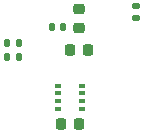
<source format=gbr>
%TF.GenerationSoftware,KiCad,Pcbnew,6.0.11-2627ca5db0~126~ubuntu22.04.1*%
%TF.CreationDate,2023-09-07T18:02:02+02:00*%
%TF.ProjectId,I2C_Module_BME280_FUEL4EP,4932435f-4d6f-4647-956c-655f424d4532,V1.0*%
%TF.SameCoordinates,Original*%
%TF.FileFunction,Paste,Top*%
%TF.FilePolarity,Positive*%
%FSLAX46Y46*%
G04 Gerber Fmt 4.6, Leading zero omitted, Abs format (unit mm)*
G04 Created by KiCad (PCBNEW 6.0.11-2627ca5db0~126~ubuntu22.04.1) date 2023-09-07 18:02:02*
%MOMM*%
%LPD*%
G01*
G04 APERTURE LIST*
G04 Aperture macros list*
%AMRoundRect*
0 Rectangle with rounded corners*
0 $1 Rounding radius*
0 $2 $3 $4 $5 $6 $7 $8 $9 X,Y pos of 4 corners*
0 Add a 4 corners polygon primitive as box body*
4,1,4,$2,$3,$4,$5,$6,$7,$8,$9,$2,$3,0*
0 Add four circle primitives for the rounded corners*
1,1,$1+$1,$2,$3*
1,1,$1+$1,$4,$5*
1,1,$1+$1,$6,$7*
1,1,$1+$1,$8,$9*
0 Add four rect primitives between the rounded corners*
20,1,$1+$1,$2,$3,$4,$5,0*
20,1,$1+$1,$4,$5,$6,$7,0*
20,1,$1+$1,$6,$7,$8,$9,0*
20,1,$1+$1,$8,$9,$2,$3,0*%
G04 Aperture macros list end*
%ADD10RoundRect,0.225000X0.250000X-0.225000X0.250000X0.225000X-0.250000X0.225000X-0.250000X-0.225000X0*%
%ADD11RoundRect,0.147500X-0.147500X-0.172500X0.147500X-0.172500X0.147500X0.172500X-0.147500X0.172500X0*%
%ADD12R,0.500000X0.350000*%
%ADD13RoundRect,0.225000X0.225000X0.250000X-0.225000X0.250000X-0.225000X-0.250000X0.225000X-0.250000X0*%
%ADD14RoundRect,0.135000X0.135000X0.185000X-0.135000X0.185000X-0.135000X-0.185000X0.135000X-0.185000X0*%
%ADD15RoundRect,0.135000X-0.185000X0.135000X-0.185000X-0.135000X0.185000X-0.135000X0.185000X0.135000X0*%
%ADD16RoundRect,0.225000X-0.225000X-0.250000X0.225000X-0.250000X0.225000X0.250000X-0.225000X0.250000X0*%
G04 APERTURE END LIST*
D10*
%TO.C,C1*%
X16000000Y9975000D03*
X16000000Y11525000D03*
%TD*%
D11*
%TO.C,FB1*%
X13715000Y10000000D03*
X14685000Y10000000D03*
%TD*%
D12*
%TO.C,U1*%
X14225000Y3125000D03*
X14225000Y3775000D03*
X14225000Y4425000D03*
X14225000Y5075000D03*
X16275000Y5075000D03*
X16275000Y4425000D03*
X16275000Y3775000D03*
X16275000Y3125000D03*
%TD*%
D13*
%TO.C,C3*%
X16775000Y8100000D03*
X15225000Y8100000D03*
%TD*%
D14*
%TO.C,R1*%
X10890000Y8715000D03*
X9870000Y8715000D03*
%TD*%
D15*
%TO.C,R3*%
X20800000Y11810000D03*
X20800000Y10790000D03*
%TD*%
D16*
%TO.C,C4*%
X14475000Y1800000D03*
X16025000Y1800000D03*
%TD*%
D14*
%TO.C,R2*%
X10910000Y7500000D03*
X9890000Y7500000D03*
%TD*%
M02*

</source>
